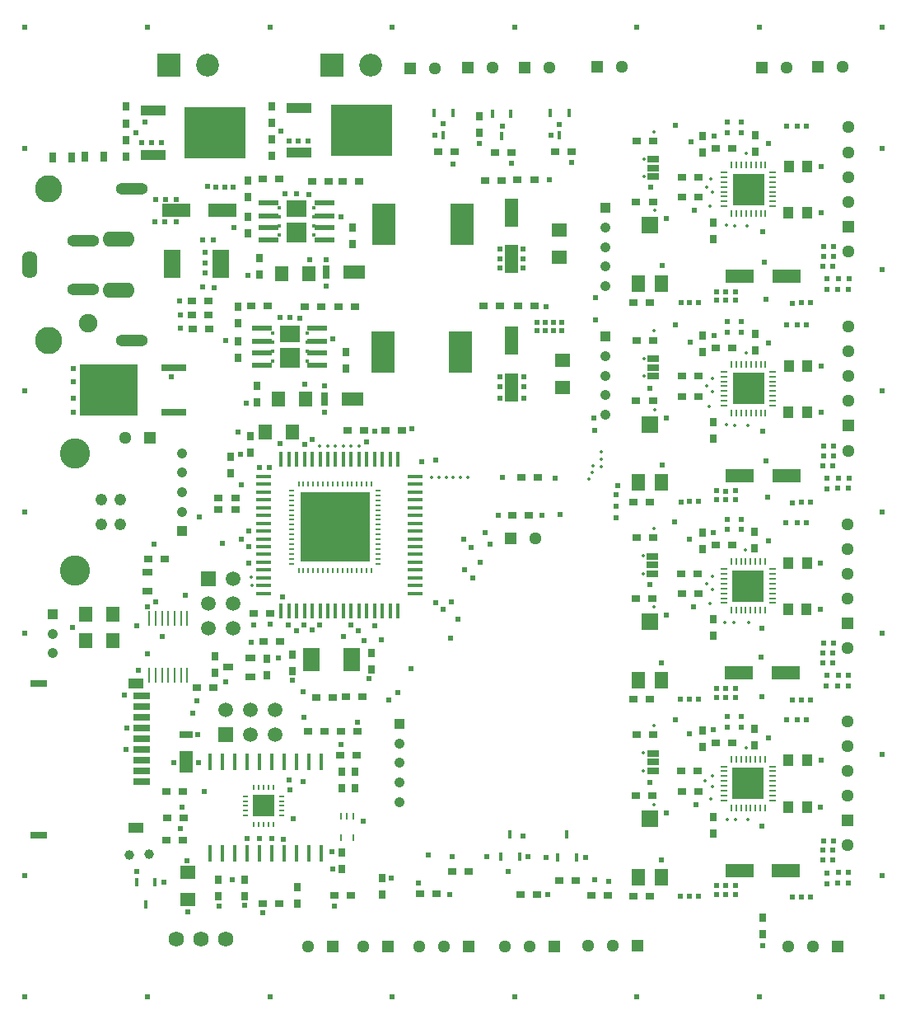
<source format=gbr>
G04 DipTrace 2.4.0.1*
%INTopPaste.gbr*%
%MOIN*%
%ADD25R,0.0551X0.1181*%
%ADD28R,0.1181X0.0551*%
%ADD44R,0.0591X0.0591*%
%ADD46C,0.0591*%
%ADD60R,0.0591X0.0394*%
%ADD61R,0.0709X0.0315*%
%ADD62R,0.061X0.0394*%
%ADD75R,0.05X0.025*%
%ADD90R,0.0413X0.0256*%
%ADD91R,0.0157X0.0709*%
%ADD115C,0.014*%
%ADD116C,0.024*%
%ADD118R,0.0668X0.092*%
%ADD121R,0.2341X0.2105*%
%ADD123R,0.1003X0.0314*%
%ADD125R,0.1259X0.1259*%
%ADD127O,0.0314X0.0038*%
%ADD129O,0.0038X0.0314*%
%ADD130R,0.0077X0.0629*%
%ADD134R,0.0837X0.0652*%
%ADD136R,0.0837X0.0806*%
%ADD138R,0.0176X0.0117*%
%ADD140R,0.0786X0.0235*%
%ADD142R,0.0077X0.0274*%
%ADD144R,0.0885X0.0885*%
%ADD146R,0.2833X0.2833*%
%ADD148O,0.0038X0.0255*%
%ADD150O,0.0255X0.0038*%
%ADD152R,0.0117X0.0629*%
%ADD154R,0.0629X0.0117*%
%ADD156C,0.0392*%
%ADD160R,0.0707X0.0707*%
%ADD162R,0.055X0.0707*%
%ADD164R,0.0432X0.0511*%
%ADD166R,0.1042X0.0412*%
%ADD168R,0.2479X0.2105*%
%ADD170R,0.0176X0.0333*%
%ADD172R,0.0944X0.1692*%
%ADD174C,0.0412*%
%ADD176C,0.0412*%
%ADD178R,0.0412X0.0412*%
%ADD186R,0.0392X0.0314*%
%ADD188R,0.0314X0.0392*%
%ADD190R,0.0707X0.1172*%
%ADD192R,0.055X0.0278*%
%ADD194R,0.055X0.0904*%
%ADD196R,0.0278X0.055*%
%ADD198R,0.0904X0.055*%
%ADD202C,0.0625*%
%ADD204C,0.092*%
%ADD208R,0.092X0.092*%
%ADD210C,0.0511*%
%ADD211C,0.0511*%
%ADD213R,0.0511X0.0511*%
%ADD217C,0.1219*%
%ADD221C,0.0479*%
%ADD224C,0.0747*%
%ADD228C,0.1101*%
%ADD230O,0.1298X0.0629*%
%ADD233O,0.1298X0.0471*%
%ADD237O,0.0629X0.1101*%
%ADD239R,0.0629X0.055*%
%ADD241R,0.0353X0.0314*%
%ADD245R,0.0314X0.0353*%
%ADD247R,0.055X0.0629*%
%FSLAX44Y44*%
G04*
G70*
G90*
G75*
G01*
%LNTopPaste*%
%LPD*%
D116*
X4493Y10413D3*
X5000Y13610D3*
X7420Y9880D3*
X6330Y25480D3*
X19960Y5480D3*
X23460Y5130D3*
X19960Y5480D3*
X17040Y16340D3*
X24325Y19775D3*
Y20225D3*
X17350Y16080D3*
X18830Y17975D3*
X6020Y5050D3*
X6900Y16650D3*
X9460Y17950D3*
X11700Y11720D3*
X11660Y12750D3*
X4430Y12590D3*
X10830Y16570D3*
X17700Y6080D3*
X18200Y17660D3*
X17950Y15680D3*
X8870Y31500D3*
X17610Y4540D3*
X18550Y17350D3*
X17680Y16380D3*
X8525Y26925D3*
X6700Y7200D3*
X6760Y8060D3*
X5360Y14280D3*
X7371Y12359D3*
X23500Y27770D3*
X16475Y22045D3*
X23490Y28660D3*
X23470Y23310D3*
X17050Y22120D3*
X23450Y23790D3*
X24325Y20700D3*
X24395Y21080D3*
X2370Y25820D3*
Y25280D3*
X4930Y15390D3*
X7790Y33160D3*
X30170Y33510D3*
Y33050D3*
X30150Y32580D3*
X29690Y33080D3*
Y33520D3*
X29680Y32610D3*
X29220D3*
X29230Y33050D3*
X29210Y33520D3*
D115*
X28810Y31590D3*
X29150Y31580D3*
X29650D3*
X28130Y32380D3*
X28240Y32940D3*
X28000Y33150D3*
X28180Y33460D3*
X29590Y34500D3*
D116*
X30500Y34890D3*
X28290Y35210D3*
X32630Y33980D3*
X32620Y32100D3*
X30260Y31340D3*
X28410Y28560D3*
Y28920D3*
X29180D3*
X28770Y28560D3*
Y28910D3*
X29180Y28560D3*
X29400Y35330D3*
X28850D3*
X29400Y35760D3*
X28850D3*
X32040Y35620D3*
X31670D3*
X31230D3*
X26730Y35630D3*
D115*
X25893Y32195D3*
X25453Y33555D3*
Y34275D3*
X25873Y35385D3*
D116*
X26380Y31870D3*
X9890Y6790D3*
X10940Y32880D3*
X11410Y32870D3*
X11900Y32850D3*
X13210Y31950D3*
X11930Y30190D3*
X12610Y30210D3*
X12600Y29150D3*
X9440Y29580D3*
X7610Y31010D3*
X8030D3*
X7590Y29100D3*
X8060Y29080D3*
X7700Y29670D3*
Y30080D3*
X7710Y30490D3*
X10770Y35410D3*
X11100Y35020D3*
X11470Y35010D3*
X11860Y35020D3*
X5140Y34950D3*
X5540D3*
X5930D3*
X4910Y35340D3*
X12550Y25110D3*
Y24040D3*
X11720Y25160D3*
X9370Y24410D3*
X9400Y6790D3*
X10730Y27860D3*
X11130D3*
X11540Y27850D3*
X12870Y27000D3*
X18810Y34890D3*
X19720Y35600D3*
X17340Y35690D3*
X17010Y35250D3*
X22040Y35670D3*
X21700Y35230D3*
X17750Y34080D3*
X20110Y34110D3*
X33133Y30735D3*
X33123Y30345D3*
X33113Y29945D3*
X32733Y30735D3*
X32723Y30345D3*
X32713Y29945D3*
X32883Y29435D3*
X33753Y29445D3*
X33333D3*
X32863Y29005D3*
X33733Y29015D3*
X33313D3*
X31483Y28445D3*
X32213Y28455D3*
X31843D3*
X26953Y28475D3*
X27683Y28485D3*
X27313D3*
X33133Y22675D3*
X26193Y29955D3*
X33123Y22285D3*
X33113Y21885D3*
X32733Y22675D3*
X32723Y22285D3*
X32713Y21885D3*
X32883Y21375D3*
X33753Y21385D3*
X33333D3*
X30170Y25450D3*
Y24990D3*
X30150Y24520D3*
X29690Y25020D3*
Y25460D3*
X29680Y24550D3*
X29220D3*
X29230Y24990D3*
X29210Y25460D3*
D115*
X28800Y23540D3*
X29140Y23510D3*
X29670Y23500D3*
X28090Y24270D3*
X28220Y24860D3*
X28000Y25090D3*
X28240Y25390D3*
X29590Y26440D3*
D116*
X30500Y26830D3*
X28290Y27150D3*
X32630Y25920D3*
X32620Y24040D3*
X30260Y23280D3*
X28410Y20500D3*
Y20860D3*
X29180D3*
X28770Y20500D3*
Y20850D3*
X29180Y20500D3*
X29400Y27270D3*
X28850D3*
X29400Y27700D3*
X28850D3*
X32040Y27560D3*
X31670D3*
X31230D3*
X26730Y27570D3*
D115*
X25893Y24135D3*
X25453Y25495D3*
Y26215D3*
X25873Y27325D3*
D116*
X26380Y23810D3*
X32863Y20945D3*
X33733Y20955D3*
X33313D3*
X31483Y20385D3*
X32213Y20395D3*
X31843D3*
X26953Y20415D3*
X27683Y20425D3*
X27313D3*
X26193Y21895D3*
X33120Y14695D3*
X33110Y14305D3*
X33100Y13905D3*
X32720Y14695D3*
X32710Y14305D3*
X32700Y13905D3*
X32870Y13395D3*
X33740Y13405D3*
X33320D3*
X30157Y17469D3*
Y17009D3*
X30137Y16539D3*
X29677Y17039D3*
Y17479D3*
X29667Y16569D3*
X29207D3*
X29217Y17009D3*
X29197Y17479D3*
D115*
X28750Y15550D3*
X29100Y15540D3*
X29690Y15550D3*
X28130Y16320D3*
X28220Y16870D3*
X27987Y17109D3*
X28220Y17400D3*
X29577Y18459D3*
D116*
X30487Y18849D3*
X28277Y19169D3*
X32617Y17939D3*
X32607Y16059D3*
X30247Y15299D3*
X28397Y12519D3*
Y12879D3*
X29167D3*
X28757Y12519D3*
Y12869D3*
X29167Y12519D3*
X29387Y19289D3*
X28837D3*
X29387Y19719D3*
X28837D3*
X32027Y19579D3*
X31657D3*
X31217D3*
X26717Y19589D3*
D115*
X25880Y16155D3*
X25440Y17515D3*
Y18235D3*
X25860Y19345D3*
D116*
X26367Y15829D3*
X32850Y12965D3*
X33720Y12975D3*
X33300D3*
X31470Y12405D3*
X32200Y12415D3*
X31830D3*
X26940Y12435D3*
X27670Y12445D3*
X27300D3*
X26180Y13915D3*
X33123Y6715D3*
X33113Y6325D3*
X33103Y5925D3*
X32723Y6715D3*
X32713Y6325D3*
X32703Y5925D3*
X32873Y5415D3*
X33743Y5425D3*
X33323D3*
X30160Y9490D3*
Y9030D3*
X30140Y8560D3*
X29680Y9060D3*
Y9500D3*
X29670Y8590D3*
X29210D3*
X29220Y9030D3*
X29200Y9500D3*
D115*
X28840Y7580D3*
X29160Y7560D3*
X29670Y7580D3*
X28170Y8420D3*
X28225Y8900D3*
X27950Y9125D3*
X28225Y9350D3*
X29590Y10470D3*
D116*
X30490Y10870D3*
X28280Y11190D3*
X32620Y9960D3*
X32610Y8080D3*
X30250Y7320D3*
X28400Y4540D3*
Y4900D3*
X29170D3*
X28760Y4540D3*
Y4890D3*
X29170Y4540D3*
X29390Y11310D3*
X28840D3*
X29390Y11740D3*
X28840D3*
X32030Y11600D3*
X31660D3*
X31220D3*
X26720Y11610D3*
D115*
X25883Y8175D3*
X25443Y9535D3*
Y10255D3*
X25863Y11365D3*
D116*
X26370Y7850D3*
X32853Y4985D3*
X33723Y4995D3*
X33303D3*
X31473Y4425D3*
X32203Y4435D3*
X31833D3*
X26943Y4455D3*
X27673Y4465D3*
X27303D3*
X26183Y5935D3*
X22530Y34130D3*
X19625Y30250D3*
X20575D3*
Y29875D3*
X19625D3*
X20575Y30625D3*
X19625D3*
X21625Y33450D3*
X410Y39590D3*
X8140Y33150D3*
X19100Y6080D3*
X21500Y6025D3*
X10390Y6790D3*
X10880Y6780D3*
X8490Y33150D3*
X11275Y7600D3*
X11130Y8780D3*
X11680Y9090D3*
X11100Y9180D3*
X9825Y8375D3*
X4520Y11260D3*
X8840Y33140D3*
X15510Y12700D3*
X15140Y12410D3*
X14850Y14830D3*
X14560Y15410D3*
X14120Y14820D3*
X13900Y15200D3*
X13600Y15425D3*
X13300Y14970D3*
X11700Y15425D3*
X12350D3*
X12025Y15225D3*
X11230Y13220D3*
X14330Y13260D3*
X8540Y13150D3*
X20600Y25475D3*
Y25075D3*
Y24600D3*
X19625Y25475D3*
Y25075D3*
Y24600D3*
X21500Y28300D3*
X21150Y27675D3*
X21475D3*
X21800D3*
X22125D3*
X21150Y27350D3*
X21475D3*
X21800D3*
X22125D3*
X10310Y21820D3*
X9900D3*
X14575Y23275D3*
X10250Y8375D3*
Y7900D3*
X19050Y19175D3*
X18175Y18900D3*
X18475Y18575D3*
X9850Y7875D3*
X10725Y22775D3*
X11725Y22725D3*
X12025Y22950D3*
X14220Y22830D3*
X16070Y23380D3*
X9025Y23250D3*
X9475Y18600D3*
X9180Y18900D3*
X11390Y15200D3*
X11075Y15425D3*
X5375Y16175D3*
X20775Y6070D3*
X16730Y6130D3*
X15225Y5210D3*
X30260Y2460D3*
X24040Y5080D3*
X21555Y4550D3*
X16340Y5020D3*
X13200Y10590D3*
X12850Y6260D3*
X10030Y3800D3*
X12925Y4060D3*
X19560Y19870D3*
X21350Y19875D3*
X19740Y21390D3*
X9675Y15450D3*
X10325Y15475D3*
X9125Y22325D3*
X21860Y21360D3*
X5700Y16360D3*
X5980Y14970D3*
X5640Y18710D3*
X2325Y15350D3*
X23100Y6050D3*
X6990Y3825D3*
X8255Y4075D3*
X9300Y4100D3*
X7410Y11010D3*
X10675Y14100D3*
X9575Y14750D3*
X9180Y21110D3*
X9475Y19250D3*
X7670Y8700D3*
X6675Y28550D3*
X6700Y27975D3*
Y27425D3*
X6100Y32650D3*
X6075Y31725D3*
X6525D3*
Y32650D3*
X5700D3*
X5675Y31725D3*
X410Y410D3*
X35090Y39590D3*
Y410D3*
X4930Y5460D3*
X6970Y5920D3*
X8790Y5140D3*
X13860Y11520D3*
X12870Y5560D3*
X14110Y7490D3*
X6430Y9880D3*
X12960Y19400D3*
X11910Y20430D3*
X14070Y20460D3*
Y18250D3*
X11870Y18230D3*
X410Y5300D3*
Y15100D3*
Y20000D3*
Y24900D3*
Y34690D3*
X35090D3*
Y29790D3*
Y24900D3*
X5360Y39590D3*
X35090Y20000D3*
Y15100D3*
Y10200D3*
Y5310D3*
X10320Y39590D3*
X15270D3*
X20230D3*
X25180D3*
X30130D3*
X5360Y410D3*
X10320D3*
X15270D3*
X20230D3*
X25180D3*
X30130D3*
X20570Y6890D3*
X7210Y11880D3*
X16040Y13680D3*
X17640Y14920D3*
D115*
X16870Y21400D3*
D116*
X19240Y18710D3*
X22080Y19890D3*
X25700Y9070D3*
X27560Y8180D3*
X27300Y11030D3*
X25710Y17060D3*
X27290Y18900D3*
X30250Y12540D3*
X30210Y14130D3*
X27480Y16180D3*
X30460Y20590D3*
X30390Y22080D3*
X25700Y25020D3*
X27340Y26860D3*
X30350Y30100D3*
X30400Y28600D3*
X25720Y33130D3*
X27360Y34970D3*
X27510Y32210D3*
X5260Y35760D3*
X7460Y19800D3*
X8410Y18730D3*
X2370Y24610D3*
Y24040D3*
D115*
X12350Y22670D3*
X12670Y22680D3*
X12980Y22670D3*
X13290D3*
X13610D3*
X13920Y22660D3*
X9560Y17360D3*
X9600Y17030D3*
X17170Y21400D3*
X17460D3*
X18020D3*
X17740D3*
X18320D3*
X23750Y22450D3*
Y22150D3*
X23740Y21850D3*
X23390Y21880D3*
X23380Y21590D3*
X23220Y21340D3*
D25*
X20100Y26925D3*
Y25035D3*
X20110Y32120D3*
Y30230D3*
D247*
X11250Y23250D3*
X10148D3*
D245*
X8110Y14180D3*
Y13511D3*
D28*
X8410Y32200D3*
X6520D3*
D241*
X7850Y28530D3*
X7181D3*
X13180Y10180D3*
X13849D3*
X7850Y27970D3*
X7181D3*
X10700Y4170D3*
X10031D3*
X13605Y4510D3*
X12936D3*
D247*
X3975Y15875D3*
X2873D3*
D239*
X6995Y5425D3*
Y4323D3*
D241*
X10750Y14775D3*
X10081D3*
X15000Y23310D3*
X15669D3*
X7860Y27420D3*
X7191D3*
D247*
X11892Y29650D3*
X10790D3*
D239*
X22175Y26150D3*
Y25048D3*
D245*
X9805Y24425D3*
Y25095D3*
D241*
X10230Y28340D3*
X9561D3*
D245*
X13415Y26485D3*
Y25815D3*
D247*
X11770Y24570D3*
X10668D3*
D239*
X22030Y31410D3*
Y30308D3*
D245*
X9892Y29600D3*
Y30269D3*
D241*
X10690Y33460D3*
X10021D3*
D245*
X13672Y31520D3*
Y30851D3*
X9300Y5152D3*
Y4483D3*
X8250Y5127D3*
Y4458D3*
X13240Y5580D3*
Y6249D3*
X14425Y14300D3*
Y13631D3*
D247*
X3975Y14800D3*
X2873D3*
D245*
X9525Y22400D3*
Y23069D3*
D241*
X14140Y23290D3*
X13471D3*
D245*
X11225Y14250D3*
Y13581D3*
D241*
X6070Y18110D3*
X5401D3*
D245*
X28270Y31700D3*
Y31031D3*
D241*
X29050Y34700D3*
X28381D3*
D245*
X29960Y35250D3*
Y34581D3*
D241*
X27660Y33550D3*
X26991D3*
D245*
X27850Y35200D3*
Y34531D3*
D28*
X31220Y29540D3*
X29330D3*
D245*
X28270Y23640D3*
Y22971D3*
D241*
X29050Y26640D3*
X28381D3*
D245*
X29960Y27190D3*
Y26521D3*
D241*
X27660Y25490D3*
X26991D3*
D245*
X27850Y27140D3*
Y26471D3*
D28*
X31220Y21480D3*
X29330D3*
D245*
X28257Y15659D3*
Y14990D3*
D241*
X29037Y18659D3*
X28368D3*
D245*
X29947Y19209D3*
Y18540D3*
D241*
X27647Y17509D3*
X26978D3*
D245*
X27837Y19159D3*
Y18490D3*
D28*
X31207Y13499D3*
X29317D3*
D245*
X28260Y7680D3*
Y7011D3*
D241*
X29040Y10680D3*
X28371D3*
D245*
X29950Y11230D3*
Y10561D3*
D241*
X27650Y9530D3*
X26981D3*
D245*
X27840Y11180D3*
Y10511D3*
D28*
X31210Y5520D3*
X29320D3*
D237*
X590Y30000D3*
D233*
X2756Y30984D3*
D230*
X4193Y28976D3*
Y31024D3*
D233*
X2756Y29016D3*
D228*
X1378Y26929D3*
Y33071D3*
D233*
X4724Y26929D3*
Y33071D3*
D224*
X2953Y27638D3*
D221*
X4285Y19508D3*
Y20492D3*
X3498D3*
Y19508D3*
D217*
X2431Y22370D3*
Y17630D3*
D213*
X33720Y31550D3*
D210*
Y32550D3*
Y33550D3*
Y34550D3*
D213*
Y23490D3*
D210*
Y24490D3*
Y25490D3*
Y26490D3*
D213*
X33707Y15509D3*
D210*
Y16509D3*
Y17509D3*
Y18509D3*
D213*
X33710Y7530D3*
D210*
Y8530D3*
Y9530D3*
Y10530D3*
D208*
X6240Y38080D3*
D204*
X7800D3*
D208*
X12850D3*
D204*
X14410D3*
D213*
X16010Y37950D3*
D210*
X17010D3*
D213*
X33290Y2450D3*
D210*
X32290D3*
X31290D3*
D213*
X25200Y2480D3*
D210*
X24200D3*
X23200D3*
D213*
X21830Y2450D3*
D210*
X20830D3*
X19830D3*
D213*
X18370D3*
D210*
X17370D3*
X16370D3*
D213*
X15090Y2440D3*
D210*
X14090D3*
D213*
X12860Y2430D3*
D210*
X11860D3*
D202*
X8550Y2750D3*
X7550D3*
X6550D3*
D213*
X20650Y37970D3*
D210*
X21650D3*
D213*
X18320D3*
D210*
X19320D3*
D213*
X32490Y37990D3*
D210*
X33490D3*
D213*
X30230Y37980D3*
D210*
X31230D3*
D213*
X23560Y37990D3*
D210*
X24560D3*
D241*
X21050Y28325D3*
X20381D3*
D198*
X13722Y29720D3*
D196*
X12611D3*
D198*
X13652Y24562D3*
D196*
X12540D3*
D241*
X21019Y33440D3*
X20350D3*
X11880Y11130D3*
X12549D3*
X12190Y12520D3*
X12859D3*
D194*
X6930Y9890D3*
D192*
Y11002D3*
D190*
X6360Y30030D3*
X8329D3*
D188*
X1522Y34350D3*
X2309D3*
D186*
X5380Y17578D3*
Y16791D3*
D188*
X2822Y34370D3*
X3609D3*
G36*
X4786Y12283D2*
X5474D1*
Y12008D1*
X4786D1*
Y12283D1*
G37*
G36*
Y11850D2*
X5474D1*
Y11575D1*
X4786D1*
Y11850D1*
G37*
G36*
Y11417D2*
X5474D1*
Y11142D1*
X4786D1*
Y11417D1*
G37*
G36*
Y10984D2*
X5474D1*
Y10709D1*
X4786D1*
Y10984D1*
G37*
G36*
Y10551D2*
X5474D1*
Y10276D1*
X4786D1*
Y10551D1*
G37*
G36*
Y10118D2*
X5474D1*
Y9843D1*
X4786D1*
Y10118D1*
G37*
G36*
Y9685D2*
X5474D1*
Y9409D1*
X4786D1*
Y9685D1*
G37*
G36*
Y9252D2*
X5474D1*
Y8976D1*
X4786D1*
Y9252D1*
G37*
G36*
Y12717D2*
X5474D1*
Y12441D1*
X4786D1*
Y12717D1*
G37*
D60*
X4894Y13071D3*
D61*
X957D3*
D62*
X4894Y7244D3*
D61*
X957Y6929D3*
D178*
X23900Y27090D3*
D174*
Y26303D3*
Y25515D3*
D176*
Y24728D3*
Y23940D3*
D178*
Y32290D3*
D174*
Y31503D3*
Y30715D3*
D176*
Y29928D3*
Y29140D3*
D178*
X1520Y15870D3*
D174*
Y15081D3*
Y14292D3*
D178*
X6775Y19230D3*
D174*
Y20017D3*
Y20805D3*
D176*
Y21592D3*
Y22380D3*
D44*
X7840Y17300D3*
D46*
X8840D3*
X7840Y16300D3*
X8840D3*
X7840Y15300D3*
X8840D3*
D213*
X20075Y18925D3*
D210*
X21075D3*
D44*
X8540Y11010D3*
D46*
Y12010D3*
X9540Y11010D3*
Y12010D3*
X10540Y11010D3*
Y12010D3*
D213*
X5460Y23020D3*
D210*
X4460D3*
D178*
X15580Y11430D3*
D174*
Y10643D3*
Y9855D3*
D176*
Y9068D3*
Y8280D3*
D172*
X14890Y26480D3*
X18040D3*
X14940Y31650D3*
X18090D3*
D211*
X33723Y30545D3*
Y35555D3*
Y22485D3*
Y27495D3*
X33710Y14505D3*
Y19515D3*
X33713Y6525D3*
Y11535D3*
D170*
X21975Y6050D3*
X22723D3*
X22349Y6956D3*
X19675Y6075D3*
X20423D3*
X20049Y6981D3*
D168*
X14030Y35440D3*
D166*
X11510Y36338D3*
Y34542D3*
D168*
X8110Y35350D3*
D166*
X5590Y36248D3*
Y34452D3*
D170*
X5675Y5050D3*
X4927D3*
X5301Y4144D3*
X17720Y36140D3*
X16972D3*
X17346Y35234D3*
X22420Y36130D3*
X21672D3*
X22046Y35224D3*
X20080Y36110D3*
X19332D3*
X19706Y35204D3*
D241*
X13190Y11150D3*
X13859D3*
D245*
X4510Y35720D3*
Y36389D3*
X10400Y34410D3*
Y35079D3*
D241*
X19440Y34540D3*
X20109D3*
D164*
X31316Y32106D3*
X32064D3*
X31320Y33980D3*
X32068D3*
D241*
X10325Y15900D3*
X9656D3*
X20125Y19875D3*
X20794D3*
D245*
X11420Y4850D3*
Y4181D3*
D241*
X8920Y20110D3*
X8251D3*
D164*
X31316Y24046D3*
X32064D3*
D241*
X17120Y34560D3*
X17789D3*
X6140Y8720D3*
X6809D3*
D164*
X31320Y25920D3*
X32068D3*
X31303Y16065D3*
X32051D3*
X31307Y17939D3*
X32055D3*
X31306Y8086D3*
X32054D3*
X31310Y9960D3*
X32058D3*
D245*
X4510Y34370D3*
Y35039D3*
X30255Y2935D3*
Y3605D3*
D241*
X23990Y4510D3*
X23321D3*
X21124Y4525D3*
X20455D3*
X16400Y4580D3*
X17069D3*
X13100Y28290D3*
X13769D3*
X11740D3*
X12409D3*
D245*
X9050Y28310D3*
Y27641D3*
X9040Y26900D3*
Y26231D3*
D241*
X13260Y33380D3*
X13929D3*
X12040D3*
X12709D3*
D245*
X9430Y33390D3*
Y32721D3*
Y31940D3*
Y31271D3*
D241*
X19625Y28325D3*
X18956D3*
X19709Y33420D3*
X19040D3*
X22025Y5100D3*
X22694D3*
D245*
X10190Y13415D3*
Y14085D3*
D241*
X8040Y12910D3*
X7371D3*
D245*
X10400Y35740D3*
Y36409D3*
D241*
X21870Y34570D3*
X22539D3*
D245*
X13240Y9500D3*
Y8831D3*
X18805Y35330D3*
Y36000D3*
X13780Y9500D3*
Y8831D3*
D241*
X17700Y5480D3*
X18369D3*
X13410Y12530D3*
X14079D3*
X6840Y7640D3*
X6171D3*
X27000Y32740D3*
X27669D3*
X25150Y32550D3*
X25819D3*
X25171Y35010D3*
X25840D3*
X25710Y28480D3*
X25041D3*
D162*
X26170Y29250D3*
D160*
X25707Y31612D3*
D162*
X25245Y29250D3*
D241*
X6790Y6750D3*
X6121D3*
D245*
X14860Y5200D3*
Y4531D3*
D241*
X27000Y24680D3*
X27669D3*
X25150Y24490D3*
X25819D3*
X25171Y26950D3*
X25840D3*
X25710Y20420D3*
X25041D3*
D162*
X26170Y21190D3*
D160*
X25707Y23552D3*
D162*
X25245Y21190D3*
D241*
X8920Y20580D3*
X8251D3*
D245*
X8725Y22225D3*
Y21556D3*
D241*
X26987Y16699D3*
X27657D3*
X25137Y16509D3*
X25807D3*
X25158Y18969D3*
X25827D3*
X25697Y12439D3*
X25028D3*
D162*
X26157Y13209D3*
D160*
X25695Y15572D3*
D162*
X25232Y13209D3*
D241*
X21180Y21390D3*
X20511D3*
X26990Y8720D3*
X27659D3*
X25140Y8530D3*
X25809D3*
X25161Y10990D3*
X25830D3*
X25700Y4460D3*
X25031D3*
D162*
X26160Y5230D3*
D160*
X25697Y7592D3*
D162*
X25235Y5230D3*
D75*
X25830Y34260D3*
Y33910D3*
Y33560D3*
Y26200D3*
Y25850D3*
Y25500D3*
X25817Y18219D3*
Y17869D3*
Y17519D3*
X25820Y10240D3*
Y9890D3*
Y9540D3*
D156*
X4630Y6150D3*
X5420Y6160D3*
D154*
X10070Y21440D3*
Y21125D3*
Y20810D3*
Y20495D3*
Y20180D3*
Y19865D3*
Y19550D3*
Y19235D3*
Y18920D3*
Y18605D3*
Y18290D3*
Y17975D3*
Y17660D3*
Y17346D3*
Y17031D3*
Y16716D3*
D152*
X10779Y16007D3*
X11094D3*
X11409D3*
X11724D3*
X12039D3*
X12353D3*
X12668D3*
X12983D3*
X13298D3*
X13613D3*
X13928D3*
X14243D3*
X14558D3*
X14873D3*
X15188D3*
X15503D3*
D154*
X16212Y16716D3*
Y17031D3*
Y17346D3*
Y17660D3*
Y17975D3*
Y18290D3*
Y18605D3*
Y18920D3*
Y19235D3*
Y19550D3*
Y19865D3*
Y20180D3*
Y20495D3*
Y20810D3*
Y21125D3*
Y21440D3*
D152*
X15503Y22149D3*
X15188D3*
X14873D3*
X14558D3*
X14243D3*
X13928D3*
X13613D3*
X13298D3*
X12983D3*
X12668D3*
X12353D3*
X12039D3*
X11724D3*
X11409D3*
X11094D3*
X10779D3*
D150*
X11210Y20870D3*
Y20673D3*
Y20476D3*
Y20279D3*
Y20083D3*
Y19886D3*
Y19689D3*
Y19492D3*
Y19295D3*
Y19098D3*
Y18901D3*
Y18705D3*
Y18508D3*
Y18311D3*
Y18114D3*
Y17917D3*
D148*
X11486Y17642D3*
X11682D3*
X11879D3*
X12076D3*
X12273D3*
X12470D3*
X12667D3*
X12864D3*
X13060D3*
X13257D3*
X13454D3*
X13651D3*
X13848D3*
X14045D3*
X14241D3*
X14438D3*
D150*
X14714Y17917D3*
Y18114D3*
Y18311D3*
Y18508D3*
Y18705D3*
Y18901D3*
Y19098D3*
Y19295D3*
Y19492D3*
Y19689D3*
Y19886D3*
Y20083D3*
Y20279D3*
Y20476D3*
Y20673D3*
Y20870D3*
D148*
X14438Y21146D3*
X14241D3*
X14045D3*
X13848D3*
X13651D3*
X13454D3*
X13257D3*
X13060D3*
X12864D3*
X12667D3*
X12470D3*
X12273D3*
X12076D3*
X11879D3*
X11682D3*
X11486D3*
D146*
X12962Y19394D3*
D148*
X9675Y7375D3*
X9872D3*
X10069D3*
X10266D3*
X10462D3*
D150*
X10817Y7729D3*
Y7926D3*
Y8123D3*
Y8320D3*
Y8517D3*
D148*
X10462Y8871D3*
X10266D3*
X10069D3*
X9872D3*
X9675D3*
D150*
X9321Y8517D3*
Y8320D3*
Y8123D3*
Y7926D3*
Y7729D3*
D144*
X10069Y8123D3*
D142*
X13700Y7720D3*
X13444D3*
X13188D3*
Y6854D3*
X13700D3*
D140*
X12250Y25930D3*
Y26450D3*
Y26910D3*
Y27430D3*
X9990D3*
Y26910D3*
Y26450D3*
Y25930D3*
D138*
X11819Y26119D3*
Y26493D3*
Y26867D3*
Y27241D3*
X10421D3*
Y26867D3*
Y26493D3*
Y26119D3*
D136*
X11120Y26237D3*
D134*
Y27204D3*
D140*
X12530Y31000D3*
Y31520D3*
Y31980D3*
Y32500D3*
X10270D3*
Y31980D3*
Y31520D3*
Y31000D3*
D138*
X12099Y31189D3*
Y31563D3*
Y31937D3*
Y32311D3*
X10701D3*
Y31937D3*
Y31563D3*
Y31189D3*
D136*
X11400Y31307D3*
D134*
Y32274D3*
D90*
X9550Y13350D3*
Y14098D3*
X8644Y13724D3*
D130*
X5450Y13420D3*
X5706D3*
X5962D3*
X6218D3*
X6474D3*
X6730D3*
X6985D3*
Y15703D3*
X6730D3*
X6474D3*
X6218D3*
X5962D3*
X5706D3*
X5450D3*
D129*
X30383Y34035D3*
X30186D3*
X29990D3*
X29793D3*
X29596D3*
X29399D3*
X29202D3*
X29005D3*
D127*
X28710Y33740D3*
Y33543D3*
Y33346D3*
Y33149D3*
Y32953D3*
Y32756D3*
Y32559D3*
Y32362D3*
D129*
X29005Y32067D3*
X29202D3*
X29399D3*
X29596D3*
X29793D3*
X29990D3*
X30186D3*
X30383D3*
D127*
X30679Y32362D3*
Y32559D3*
Y32756D3*
Y32953D3*
Y33149D3*
Y33346D3*
Y33543D3*
Y33740D3*
D125*
X29694Y33051D3*
D129*
X30383Y25975D3*
X30186D3*
X29990D3*
X29793D3*
X29596D3*
X29399D3*
X29202D3*
X29005D3*
D127*
X28710Y25680D3*
Y25483D3*
Y25286D3*
Y25089D3*
Y24893D3*
Y24696D3*
Y24499D3*
Y24302D3*
D129*
X29005Y24007D3*
X29202D3*
X29399D3*
X29596D3*
X29793D3*
X29990D3*
X30186D3*
X30383D3*
D127*
X30679Y24302D3*
Y24499D3*
Y24696D3*
Y24893D3*
Y25089D3*
Y25286D3*
Y25483D3*
Y25680D3*
D125*
X29694Y24991D3*
D129*
X30370Y17995D3*
X30174D3*
X29977D3*
X29780D3*
X29583D3*
X29386D3*
X29189D3*
X28993D3*
D127*
X28697Y17699D3*
Y17502D3*
Y17306D3*
Y17109D3*
Y16912D3*
Y16715D3*
Y16518D3*
Y16321D3*
D129*
X28993Y16026D3*
X29189D3*
X29386D3*
X29583D3*
X29780D3*
X29977D3*
X30174D3*
X30370D3*
D127*
X30666Y16321D3*
Y16518D3*
Y16715D3*
Y16912D3*
Y17109D3*
Y17306D3*
Y17502D3*
Y17699D3*
D125*
X29681Y17010D3*
D129*
X30373Y10015D3*
X30176D3*
X29980D3*
X29783D3*
X29586D3*
X29389D3*
X29192D3*
X28995D3*
D127*
X28700Y9720D3*
Y9523D3*
Y9326D3*
Y9129D3*
Y8933D3*
Y8736D3*
Y8539D3*
Y8342D3*
D129*
X28995Y8047D3*
X29192D3*
X29389D3*
X29586D3*
X29783D3*
X29980D3*
X30176D3*
X30373D3*
D127*
X30669Y8342D3*
Y8539D3*
Y8736D3*
Y8933D3*
Y9129D3*
Y9326D3*
Y9523D3*
Y9720D3*
D125*
X29684Y9031D3*
D123*
X6430Y24030D3*
Y25825D3*
D121*
X3792Y24928D3*
D91*
X7890Y6210D3*
X8390D3*
X8890D3*
X9390D3*
X9890D3*
X10390D3*
X10890D3*
X11390D3*
X11890D3*
X12390D3*
Y9911D3*
X11890D3*
X11390D3*
X10890D3*
X10390D3*
X9890D3*
X9390D3*
X8890D3*
X8390D3*
X7890D3*
D118*
X13625Y14025D3*
X12011D3*
M02*

</source>
